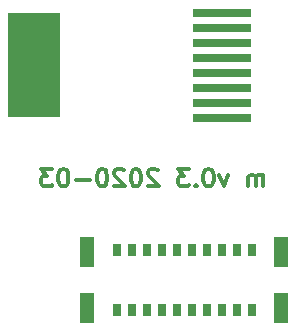
<source format=gbr>
G04 #@! TF.GenerationSoftware,KiCad,Pcbnew,5.1.5*
G04 #@! TF.CreationDate,2020-03-23T15:00:30-04:00*
G04 #@! TF.ProjectId,M55-RJ45,4d35352d-524a-4343-952e-6b696361645f,v0.3*
G04 #@! TF.SameCoordinates,Original*
G04 #@! TF.FileFunction,Paste,Bot*
G04 #@! TF.FilePolarity,Positive*
%FSLAX46Y46*%
G04 Gerber Fmt 4.6, Leading zero omitted, Abs format (unit mm)*
G04 Created by KiCad (PCBNEW 5.1.5) date 2020-03-23 15:00:30*
%MOMM*%
%LPD*%
G04 APERTURE LIST*
%ADD10C,0.300000*%
%ADD11R,4.500000X8.800000*%
%ADD12R,5.000000X0.760000*%
%ADD13R,0.800000X1.100000*%
%ADD14R,1.200000X2.500000*%
G04 APERTURE END LIST*
D10*
X62357142Y-139278571D02*
X62357142Y-138278571D01*
X62357142Y-138421428D02*
X62285714Y-138350000D01*
X62142857Y-138278571D01*
X61928571Y-138278571D01*
X61785714Y-138350000D01*
X61714285Y-138492857D01*
X61714285Y-139278571D01*
X61714285Y-138492857D02*
X61642857Y-138350000D01*
X61500000Y-138278571D01*
X61285714Y-138278571D01*
X61142857Y-138350000D01*
X61071428Y-138492857D01*
X61071428Y-139278571D01*
X59357142Y-138278571D02*
X59000000Y-139278571D01*
X58642857Y-138278571D01*
X57785714Y-137778571D02*
X57642857Y-137778571D01*
X57500000Y-137850000D01*
X57428571Y-137921428D01*
X57357142Y-138064285D01*
X57285714Y-138350000D01*
X57285714Y-138707142D01*
X57357142Y-138992857D01*
X57428571Y-139135714D01*
X57500000Y-139207142D01*
X57642857Y-139278571D01*
X57785714Y-139278571D01*
X57928571Y-139207142D01*
X58000000Y-139135714D01*
X58071428Y-138992857D01*
X58142857Y-138707142D01*
X58142857Y-138350000D01*
X58071428Y-138064285D01*
X58000000Y-137921428D01*
X57928571Y-137850000D01*
X57785714Y-137778571D01*
X56642857Y-139135714D02*
X56571428Y-139207142D01*
X56642857Y-139278571D01*
X56714285Y-139207142D01*
X56642857Y-139135714D01*
X56642857Y-139278571D01*
X56071428Y-137778571D02*
X55142857Y-137778571D01*
X55642857Y-138350000D01*
X55428571Y-138350000D01*
X55285714Y-138421428D01*
X55214285Y-138492857D01*
X55142857Y-138635714D01*
X55142857Y-138992857D01*
X55214285Y-139135714D01*
X55285714Y-139207142D01*
X55428571Y-139278571D01*
X55857142Y-139278571D01*
X56000000Y-139207142D01*
X56071428Y-139135714D01*
X53428571Y-137921428D02*
X53357142Y-137850000D01*
X53214285Y-137778571D01*
X52857142Y-137778571D01*
X52714285Y-137850000D01*
X52642857Y-137921428D01*
X52571428Y-138064285D01*
X52571428Y-138207142D01*
X52642857Y-138421428D01*
X53500000Y-139278571D01*
X52571428Y-139278571D01*
X51642857Y-137778571D02*
X51500000Y-137778571D01*
X51357142Y-137850000D01*
X51285714Y-137921428D01*
X51214285Y-138064285D01*
X51142857Y-138350000D01*
X51142857Y-138707142D01*
X51214285Y-138992857D01*
X51285714Y-139135714D01*
X51357142Y-139207142D01*
X51500000Y-139278571D01*
X51642857Y-139278571D01*
X51785714Y-139207142D01*
X51857142Y-139135714D01*
X51928571Y-138992857D01*
X52000000Y-138707142D01*
X52000000Y-138350000D01*
X51928571Y-138064285D01*
X51857142Y-137921428D01*
X51785714Y-137850000D01*
X51642857Y-137778571D01*
X50571428Y-137921428D02*
X50500000Y-137850000D01*
X50357142Y-137778571D01*
X50000000Y-137778571D01*
X49857142Y-137850000D01*
X49785714Y-137921428D01*
X49714285Y-138064285D01*
X49714285Y-138207142D01*
X49785714Y-138421428D01*
X50642857Y-139278571D01*
X49714285Y-139278571D01*
X48785714Y-137778571D02*
X48642857Y-137778571D01*
X48500000Y-137850000D01*
X48428571Y-137921428D01*
X48357142Y-138064285D01*
X48285714Y-138350000D01*
X48285714Y-138707142D01*
X48357142Y-138992857D01*
X48428571Y-139135714D01*
X48500000Y-139207142D01*
X48642857Y-139278571D01*
X48785714Y-139278571D01*
X48928571Y-139207142D01*
X49000000Y-139135714D01*
X49071428Y-138992857D01*
X49142857Y-138707142D01*
X49142857Y-138350000D01*
X49071428Y-138064285D01*
X49000000Y-137921428D01*
X48928571Y-137850000D01*
X48785714Y-137778571D01*
X47642857Y-138707142D02*
X46500000Y-138707142D01*
X45500000Y-137778571D02*
X45357142Y-137778571D01*
X45214285Y-137850000D01*
X45142857Y-137921428D01*
X45071428Y-138064285D01*
X45000000Y-138350000D01*
X45000000Y-138707142D01*
X45071428Y-138992857D01*
X45142857Y-139135714D01*
X45214285Y-139207142D01*
X45357142Y-139278571D01*
X45500000Y-139278571D01*
X45642857Y-139207142D01*
X45714285Y-139135714D01*
X45785714Y-138992857D01*
X45857142Y-138707142D01*
X45857142Y-138350000D01*
X45785714Y-138064285D01*
X45714285Y-137921428D01*
X45642857Y-137850000D01*
X45500000Y-137778571D01*
X44500000Y-137778571D02*
X43571428Y-137778571D01*
X44071428Y-138350000D01*
X43857142Y-138350000D01*
X43714285Y-138421428D01*
X43642857Y-138492857D01*
X43571428Y-138635714D01*
X43571428Y-138992857D01*
X43642857Y-139135714D01*
X43714285Y-139207142D01*
X43857142Y-139278571D01*
X44285714Y-139278571D01*
X44428571Y-139207142D01*
X44500000Y-139135714D01*
D11*
X42910000Y-129000000D03*
D12*
X58840000Y-133445000D03*
X58840000Y-132175000D03*
X58840000Y-130905000D03*
X58840000Y-129635000D03*
X58840000Y-128365000D03*
X58840000Y-127095000D03*
X58840000Y-125825000D03*
X58840000Y-124555000D03*
D13*
X61392820Y-144680620D03*
X61392820Y-149760620D03*
X60122820Y-144680620D03*
X60122820Y-149760620D03*
X58852820Y-144680620D03*
X58852820Y-149760620D03*
X57582820Y-144680620D03*
X57582820Y-149760620D03*
X56312820Y-144680620D03*
X56312820Y-149760620D03*
X55042820Y-144680620D03*
X55042820Y-149760620D03*
X53772820Y-144680620D03*
X53772820Y-149760620D03*
X52502820Y-144680620D03*
X52502820Y-149760620D03*
X51232820Y-144680620D03*
X51232820Y-149760620D03*
X49962820Y-144680620D03*
X49962820Y-149760620D03*
D14*
X47467820Y-144845620D03*
X47467820Y-149595620D03*
X63887820Y-144845620D03*
X63887820Y-149595620D03*
M02*

</source>
